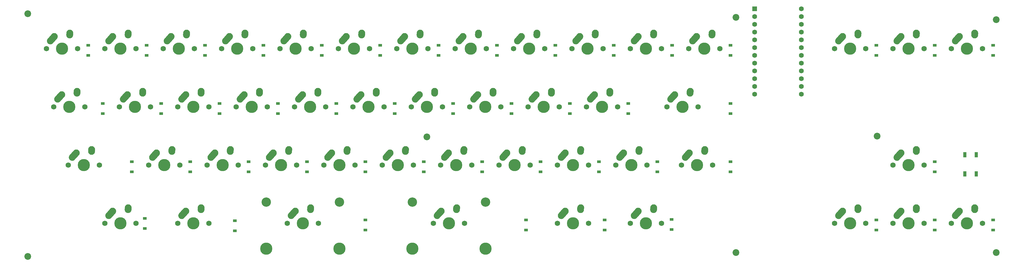
<source format=gbr>
G04 #@! TF.GenerationSoftware,KiCad,Pcbnew,(5.1.10)-1*
G04 #@! TF.CreationDate,2021-07-17T14:00:26+02:00*
G04 #@! TF.ProjectId,WheelBarrow Pro Micro,57686565-6c42-4617-9272-6f772050726f,rev?*
G04 #@! TF.SameCoordinates,Original*
G04 #@! TF.FileFunction,Soldermask,Bot*
G04 #@! TF.FilePolarity,Negative*
%FSLAX46Y46*%
G04 Gerber Fmt 4.6, Leading zero omitted, Abs format (unit mm)*
G04 Created by KiCad (PCBNEW (5.1.10)-1) date 2021-07-17 14:00:26*
%MOMM*%
%LPD*%
G01*
G04 APERTURE LIST*
%ADD10C,2.250000*%
%ADD11C,3.987800*%
%ADD12C,1.750000*%
%ADD13C,2.200000*%
%ADD14C,1.600000*%
%ADD15R,1.600000X1.600000*%
%ADD16R,1.100000X1.800000*%
%ADD17R,1.200000X0.900000*%
%ADD18C,3.048000*%
G04 APERTURE END LIST*
D10*
X164187500Y-209518750D03*
G36*
G01*
X162126188Y-211816100D02*
X162126183Y-211816095D01*
G75*
G02*
X162040155Y-210227433I751317J837345D01*
G01*
X163350157Y-208767433D01*
G75*
G02*
X164938819Y-208681405I837345J-751317D01*
G01*
X164938819Y-208681405D01*
G75*
G02*
X165024847Y-210270067I-751317J-837345D01*
G01*
X163714845Y-211730067D01*
G75*
G02*
X162126183Y-211816095I-837345J751317D01*
G01*
G37*
G36*
G01*
X169110983Y-210141145D02*
X169110097Y-210141084D01*
G75*
G02*
X168065166Y-208941347I77403J1122334D01*
G01*
X168105166Y-208361347D01*
G75*
G02*
X169304903Y-207316416I1122334J-77403D01*
G01*
X169304903Y-207316416D01*
G75*
G02*
X170349834Y-208516153I-77403J-1122334D01*
G01*
X170309834Y-209096153D01*
G75*
G02*
X169110097Y-210141084I-1122334J77403D01*
G01*
G37*
X169227500Y-208438750D03*
D11*
X166687500Y-213518750D03*
D12*
X161607500Y-213518750D03*
X171767500Y-213518750D03*
D10*
X311825000Y-209518750D03*
G36*
G01*
X309763688Y-211816100D02*
X309763683Y-211816095D01*
G75*
G02*
X309677655Y-210227433I751317J837345D01*
G01*
X310987657Y-208767433D01*
G75*
G02*
X312576319Y-208681405I837345J-751317D01*
G01*
X312576319Y-208681405D01*
G75*
G02*
X312662347Y-210270067I-751317J-837345D01*
G01*
X311352345Y-211730067D01*
G75*
G02*
X309763683Y-211816095I-837345J751317D01*
G01*
G37*
G36*
G01*
X316748483Y-210141145D02*
X316747597Y-210141084D01*
G75*
G02*
X315702666Y-208941347I77403J1122334D01*
G01*
X315742666Y-208361347D01*
G75*
G02*
X316942403Y-207316416I1122334J-77403D01*
G01*
X316942403Y-207316416D01*
G75*
G02*
X317987334Y-208516153I-77403J-1122334D01*
G01*
X317947334Y-209096153D01*
G75*
G02*
X316747597Y-210141084I-1122334J77403D01*
G01*
G37*
X316865000Y-208438750D03*
D11*
X314325000Y-213518750D03*
D12*
X309245000Y-213518750D03*
X319405000Y-213518750D03*
D13*
X112649000Y-144907000D03*
X112649000Y-224282000D03*
X343693750Y-146050000D03*
X343693750Y-223043750D03*
X428625000Y-223043750D03*
X428625000Y-146843750D03*
X242887500Y-185166000D03*
X389731250Y-184943750D03*
D14*
X365048800Y-143256000D03*
X365048800Y-145796000D03*
X365048800Y-148336000D03*
X365048800Y-150876000D03*
X365048800Y-153416000D03*
X365048800Y-155956000D03*
X365048800Y-158496000D03*
X365048800Y-161036000D03*
X365048800Y-163576000D03*
X365048800Y-166116000D03*
X365048800Y-168656000D03*
X365048800Y-171196000D03*
X349808800Y-171196000D03*
X349808800Y-168656000D03*
X349808800Y-166116000D03*
X349808800Y-163576000D03*
X349808800Y-161036000D03*
X349808800Y-158496000D03*
X349808800Y-155956000D03*
X349808800Y-153416000D03*
X349808800Y-150876000D03*
X349808800Y-148336000D03*
X349808800Y-145796000D03*
D15*
X349808800Y-143256000D03*
D16*
X418393000Y-191083000D03*
X418393000Y-197283000D03*
X422093000Y-191083000D03*
X422093000Y-197283000D03*
D10*
X121325000Y-152368750D03*
G36*
G01*
X119263688Y-154666100D02*
X119263683Y-154666095D01*
G75*
G02*
X119177655Y-153077433I751317J837345D01*
G01*
X120487657Y-151617433D01*
G75*
G02*
X122076319Y-151531405I837345J-751317D01*
G01*
X122076319Y-151531405D01*
G75*
G02*
X122162347Y-153120067I-751317J-837345D01*
G01*
X120852345Y-154580067D01*
G75*
G02*
X119263683Y-154666095I-837345J751317D01*
G01*
G37*
G36*
G01*
X126248483Y-152991145D02*
X126247597Y-152991084D01*
G75*
G02*
X125202666Y-151791347I77403J1122334D01*
G01*
X125242666Y-151211347D01*
G75*
G02*
X126442403Y-150166416I1122334J-77403D01*
G01*
X126442403Y-150166416D01*
G75*
G02*
X127487334Y-151366153I-77403J-1122334D01*
G01*
X127447334Y-151946153D01*
G75*
G02*
X126247597Y-152991084I-1122334J77403D01*
G01*
G37*
X126365000Y-151288750D03*
D11*
X123825000Y-156368750D03*
D12*
X118745000Y-156368750D03*
X128905000Y-156368750D03*
D17*
X132350000Y-155218750D03*
X132350000Y-158518750D03*
D10*
X140375000Y-152368750D03*
G36*
G01*
X138313688Y-154666100D02*
X138313683Y-154666095D01*
G75*
G02*
X138227655Y-153077433I751317J837345D01*
G01*
X139537657Y-151617433D01*
G75*
G02*
X141126319Y-151531405I837345J-751317D01*
G01*
X141126319Y-151531405D01*
G75*
G02*
X141212347Y-153120067I-751317J-837345D01*
G01*
X139902345Y-154580067D01*
G75*
G02*
X138313683Y-154666095I-837345J751317D01*
G01*
G37*
G36*
G01*
X145298483Y-152991145D02*
X145297597Y-152991084D01*
G75*
G02*
X144252666Y-151791347I77403J1122334D01*
G01*
X144292666Y-151211347D01*
G75*
G02*
X145492403Y-150166416I1122334J-77403D01*
G01*
X145492403Y-150166416D01*
G75*
G02*
X146537334Y-151366153I-77403J-1122334D01*
G01*
X146497334Y-151946153D01*
G75*
G02*
X145297597Y-152991084I-1122334J77403D01*
G01*
G37*
X145415000Y-151288750D03*
D11*
X142875000Y-156368750D03*
D12*
X137795000Y-156368750D03*
X147955000Y-156368750D03*
D17*
X151400000Y-155218750D03*
X151400000Y-158518750D03*
D10*
X159425000Y-152368750D03*
G36*
G01*
X157363688Y-154666100D02*
X157363683Y-154666095D01*
G75*
G02*
X157277655Y-153077433I751317J837345D01*
G01*
X158587657Y-151617433D01*
G75*
G02*
X160176319Y-151531405I837345J-751317D01*
G01*
X160176319Y-151531405D01*
G75*
G02*
X160262347Y-153120067I-751317J-837345D01*
G01*
X158952345Y-154580067D01*
G75*
G02*
X157363683Y-154666095I-837345J751317D01*
G01*
G37*
G36*
G01*
X164348483Y-152991145D02*
X164347597Y-152991084D01*
G75*
G02*
X163302666Y-151791347I77403J1122334D01*
G01*
X163342666Y-151211347D01*
G75*
G02*
X164542403Y-150166416I1122334J-77403D01*
G01*
X164542403Y-150166416D01*
G75*
G02*
X165587334Y-151366153I-77403J-1122334D01*
G01*
X165547334Y-151946153D01*
G75*
G02*
X164347597Y-152991084I-1122334J77403D01*
G01*
G37*
X164465000Y-151288750D03*
D11*
X161925000Y-156368750D03*
D12*
X156845000Y-156368750D03*
X167005000Y-156368750D03*
D17*
X170450000Y-155218750D03*
X170450000Y-158518750D03*
D10*
X178475000Y-152368750D03*
G36*
G01*
X176413688Y-154666100D02*
X176413683Y-154666095D01*
G75*
G02*
X176327655Y-153077433I751317J837345D01*
G01*
X177637657Y-151617433D01*
G75*
G02*
X179226319Y-151531405I837345J-751317D01*
G01*
X179226319Y-151531405D01*
G75*
G02*
X179312347Y-153120067I-751317J-837345D01*
G01*
X178002345Y-154580067D01*
G75*
G02*
X176413683Y-154666095I-837345J751317D01*
G01*
G37*
G36*
G01*
X183398483Y-152991145D02*
X183397597Y-152991084D01*
G75*
G02*
X182352666Y-151791347I77403J1122334D01*
G01*
X182392666Y-151211347D01*
G75*
G02*
X183592403Y-150166416I1122334J-77403D01*
G01*
X183592403Y-150166416D01*
G75*
G02*
X184637334Y-151366153I-77403J-1122334D01*
G01*
X184597334Y-151946153D01*
G75*
G02*
X183397597Y-152991084I-1122334J77403D01*
G01*
G37*
X183515000Y-151288750D03*
D11*
X180975000Y-156368750D03*
D12*
X175895000Y-156368750D03*
X186055000Y-156368750D03*
D17*
X189500000Y-155218750D03*
X189500000Y-158518750D03*
D10*
X197525000Y-152368750D03*
G36*
G01*
X195463688Y-154666100D02*
X195463683Y-154666095D01*
G75*
G02*
X195377655Y-153077433I751317J837345D01*
G01*
X196687657Y-151617433D01*
G75*
G02*
X198276319Y-151531405I837345J-751317D01*
G01*
X198276319Y-151531405D01*
G75*
G02*
X198362347Y-153120067I-751317J-837345D01*
G01*
X197052345Y-154580067D01*
G75*
G02*
X195463683Y-154666095I-837345J751317D01*
G01*
G37*
G36*
G01*
X202448483Y-152991145D02*
X202447597Y-152991084D01*
G75*
G02*
X201402666Y-151791347I77403J1122334D01*
G01*
X201442666Y-151211347D01*
G75*
G02*
X202642403Y-150166416I1122334J-77403D01*
G01*
X202642403Y-150166416D01*
G75*
G02*
X203687334Y-151366153I-77403J-1122334D01*
G01*
X203647334Y-151946153D01*
G75*
G02*
X202447597Y-152991084I-1122334J77403D01*
G01*
G37*
X202565000Y-151288750D03*
D11*
X200025000Y-156368750D03*
D12*
X194945000Y-156368750D03*
X205105000Y-156368750D03*
D17*
X208550000Y-155218750D03*
X208550000Y-158518750D03*
D10*
X216575000Y-152368750D03*
G36*
G01*
X214513688Y-154666100D02*
X214513683Y-154666095D01*
G75*
G02*
X214427655Y-153077433I751317J837345D01*
G01*
X215737657Y-151617433D01*
G75*
G02*
X217326319Y-151531405I837345J-751317D01*
G01*
X217326319Y-151531405D01*
G75*
G02*
X217412347Y-153120067I-751317J-837345D01*
G01*
X216102345Y-154580067D01*
G75*
G02*
X214513683Y-154666095I-837345J751317D01*
G01*
G37*
G36*
G01*
X221498483Y-152991145D02*
X221497597Y-152991084D01*
G75*
G02*
X220452666Y-151791347I77403J1122334D01*
G01*
X220492666Y-151211347D01*
G75*
G02*
X221692403Y-150166416I1122334J-77403D01*
G01*
X221692403Y-150166416D01*
G75*
G02*
X222737334Y-151366153I-77403J-1122334D01*
G01*
X222697334Y-151946153D01*
G75*
G02*
X221497597Y-152991084I-1122334J77403D01*
G01*
G37*
X221615000Y-151288750D03*
D11*
X219075000Y-156368750D03*
D12*
X213995000Y-156368750D03*
X224155000Y-156368750D03*
D17*
X227600000Y-155218750D03*
X227600000Y-158518750D03*
D10*
X235625000Y-152368750D03*
G36*
G01*
X233563688Y-154666100D02*
X233563683Y-154666095D01*
G75*
G02*
X233477655Y-153077433I751317J837345D01*
G01*
X234787657Y-151617433D01*
G75*
G02*
X236376319Y-151531405I837345J-751317D01*
G01*
X236376319Y-151531405D01*
G75*
G02*
X236462347Y-153120067I-751317J-837345D01*
G01*
X235152345Y-154580067D01*
G75*
G02*
X233563683Y-154666095I-837345J751317D01*
G01*
G37*
G36*
G01*
X240548483Y-152991145D02*
X240547597Y-152991084D01*
G75*
G02*
X239502666Y-151791347I77403J1122334D01*
G01*
X239542666Y-151211347D01*
G75*
G02*
X240742403Y-150166416I1122334J-77403D01*
G01*
X240742403Y-150166416D01*
G75*
G02*
X241787334Y-151366153I-77403J-1122334D01*
G01*
X241747334Y-151946153D01*
G75*
G02*
X240547597Y-152991084I-1122334J77403D01*
G01*
G37*
X240665000Y-151288750D03*
D11*
X238125000Y-156368750D03*
D12*
X233045000Y-156368750D03*
X243205000Y-156368750D03*
D17*
X246650000Y-155218750D03*
X246650000Y-158518750D03*
D10*
X254675000Y-152368750D03*
G36*
G01*
X252613688Y-154666100D02*
X252613683Y-154666095D01*
G75*
G02*
X252527655Y-153077433I751317J837345D01*
G01*
X253837657Y-151617433D01*
G75*
G02*
X255426319Y-151531405I837345J-751317D01*
G01*
X255426319Y-151531405D01*
G75*
G02*
X255512347Y-153120067I-751317J-837345D01*
G01*
X254202345Y-154580067D01*
G75*
G02*
X252613683Y-154666095I-837345J751317D01*
G01*
G37*
G36*
G01*
X259598483Y-152991145D02*
X259597597Y-152991084D01*
G75*
G02*
X258552666Y-151791347I77403J1122334D01*
G01*
X258592666Y-151211347D01*
G75*
G02*
X259792403Y-150166416I1122334J-77403D01*
G01*
X259792403Y-150166416D01*
G75*
G02*
X260837334Y-151366153I-77403J-1122334D01*
G01*
X260797334Y-151946153D01*
G75*
G02*
X259597597Y-152991084I-1122334J77403D01*
G01*
G37*
X259715000Y-151288750D03*
D11*
X257175000Y-156368750D03*
D12*
X252095000Y-156368750D03*
X262255000Y-156368750D03*
D17*
X265700000Y-155218750D03*
X265700000Y-158518750D03*
D10*
X273725000Y-152368750D03*
G36*
G01*
X271663688Y-154666100D02*
X271663683Y-154666095D01*
G75*
G02*
X271577655Y-153077433I751317J837345D01*
G01*
X272887657Y-151617433D01*
G75*
G02*
X274476319Y-151531405I837345J-751317D01*
G01*
X274476319Y-151531405D01*
G75*
G02*
X274562347Y-153120067I-751317J-837345D01*
G01*
X273252345Y-154580067D01*
G75*
G02*
X271663683Y-154666095I-837345J751317D01*
G01*
G37*
G36*
G01*
X278648483Y-152991145D02*
X278647597Y-152991084D01*
G75*
G02*
X277602666Y-151791347I77403J1122334D01*
G01*
X277642666Y-151211347D01*
G75*
G02*
X278842403Y-150166416I1122334J-77403D01*
G01*
X278842403Y-150166416D01*
G75*
G02*
X279887334Y-151366153I-77403J-1122334D01*
G01*
X279847334Y-151946153D01*
G75*
G02*
X278647597Y-152991084I-1122334J77403D01*
G01*
G37*
X278765000Y-151288750D03*
D11*
X276225000Y-156368750D03*
D12*
X271145000Y-156368750D03*
X281305000Y-156368750D03*
D17*
X284750000Y-155218750D03*
X284750000Y-158518750D03*
D10*
X292775000Y-152368750D03*
G36*
G01*
X290713688Y-154666100D02*
X290713683Y-154666095D01*
G75*
G02*
X290627655Y-153077433I751317J837345D01*
G01*
X291937657Y-151617433D01*
G75*
G02*
X293526319Y-151531405I837345J-751317D01*
G01*
X293526319Y-151531405D01*
G75*
G02*
X293612347Y-153120067I-751317J-837345D01*
G01*
X292302345Y-154580067D01*
G75*
G02*
X290713683Y-154666095I-837345J751317D01*
G01*
G37*
G36*
G01*
X297698483Y-152991145D02*
X297697597Y-152991084D01*
G75*
G02*
X296652666Y-151791347I77403J1122334D01*
G01*
X296692666Y-151211347D01*
G75*
G02*
X297892403Y-150166416I1122334J-77403D01*
G01*
X297892403Y-150166416D01*
G75*
G02*
X298937334Y-151366153I-77403J-1122334D01*
G01*
X298897334Y-151946153D01*
G75*
G02*
X297697597Y-152991084I-1122334J77403D01*
G01*
G37*
X297815000Y-151288750D03*
D11*
X295275000Y-156368750D03*
D12*
X290195000Y-156368750D03*
X300355000Y-156368750D03*
D17*
X303800000Y-155218750D03*
X303800000Y-158518750D03*
D10*
X311825000Y-152368750D03*
G36*
G01*
X309763688Y-154666100D02*
X309763683Y-154666095D01*
G75*
G02*
X309677655Y-153077433I751317J837345D01*
G01*
X310987657Y-151617433D01*
G75*
G02*
X312576319Y-151531405I837345J-751317D01*
G01*
X312576319Y-151531405D01*
G75*
G02*
X312662347Y-153120067I-751317J-837345D01*
G01*
X311352345Y-154580067D01*
G75*
G02*
X309763683Y-154666095I-837345J751317D01*
G01*
G37*
G36*
G01*
X316748483Y-152991145D02*
X316747597Y-152991084D01*
G75*
G02*
X315702666Y-151791347I77403J1122334D01*
G01*
X315742666Y-151211347D01*
G75*
G02*
X316942403Y-150166416I1122334J-77403D01*
G01*
X316942403Y-150166416D01*
G75*
G02*
X317987334Y-151366153I-77403J-1122334D01*
G01*
X317947334Y-151946153D01*
G75*
G02*
X316747597Y-152991084I-1122334J77403D01*
G01*
G37*
X316865000Y-151288750D03*
D11*
X314325000Y-156368750D03*
D12*
X309245000Y-156368750D03*
X319405000Y-156368750D03*
D17*
X322850000Y-155218750D03*
X322850000Y-158518750D03*
D10*
X330875000Y-152368750D03*
G36*
G01*
X328813688Y-154666100D02*
X328813683Y-154666095D01*
G75*
G02*
X328727655Y-153077433I751317J837345D01*
G01*
X330037657Y-151617433D01*
G75*
G02*
X331626319Y-151531405I837345J-751317D01*
G01*
X331626319Y-151531405D01*
G75*
G02*
X331712347Y-153120067I-751317J-837345D01*
G01*
X330402345Y-154580067D01*
G75*
G02*
X328813683Y-154666095I-837345J751317D01*
G01*
G37*
G36*
G01*
X335798483Y-152991145D02*
X335797597Y-152991084D01*
G75*
G02*
X334752666Y-151791347I77403J1122334D01*
G01*
X334792666Y-151211347D01*
G75*
G02*
X335992403Y-150166416I1122334J-77403D01*
G01*
X335992403Y-150166416D01*
G75*
G02*
X337037334Y-151366153I-77403J-1122334D01*
G01*
X336997334Y-151946153D01*
G75*
G02*
X335797597Y-152991084I-1122334J77403D01*
G01*
G37*
X335915000Y-151288750D03*
D11*
X333375000Y-156368750D03*
D12*
X328295000Y-156368750D03*
X338455000Y-156368750D03*
D17*
X341900000Y-155218750D03*
X341900000Y-158518750D03*
D10*
X378500000Y-152368750D03*
G36*
G01*
X376438688Y-154666100D02*
X376438683Y-154666095D01*
G75*
G02*
X376352655Y-153077433I751317J837345D01*
G01*
X377662657Y-151617433D01*
G75*
G02*
X379251319Y-151531405I837345J-751317D01*
G01*
X379251319Y-151531405D01*
G75*
G02*
X379337347Y-153120067I-751317J-837345D01*
G01*
X378027345Y-154580067D01*
G75*
G02*
X376438683Y-154666095I-837345J751317D01*
G01*
G37*
G36*
G01*
X383423483Y-152991145D02*
X383422597Y-152991084D01*
G75*
G02*
X382377666Y-151791347I77403J1122334D01*
G01*
X382417666Y-151211347D01*
G75*
G02*
X383617403Y-150166416I1122334J-77403D01*
G01*
X383617403Y-150166416D01*
G75*
G02*
X384662334Y-151366153I-77403J-1122334D01*
G01*
X384622334Y-151946153D01*
G75*
G02*
X383422597Y-152991084I-1122334J77403D01*
G01*
G37*
X383540000Y-151288750D03*
D11*
X381000000Y-156368750D03*
D12*
X375920000Y-156368750D03*
X386080000Y-156368750D03*
D17*
X389525000Y-155218750D03*
X389525000Y-158518750D03*
D10*
X397550000Y-152368750D03*
G36*
G01*
X395488688Y-154666100D02*
X395488683Y-154666095D01*
G75*
G02*
X395402655Y-153077433I751317J837345D01*
G01*
X396712657Y-151617433D01*
G75*
G02*
X398301319Y-151531405I837345J-751317D01*
G01*
X398301319Y-151531405D01*
G75*
G02*
X398387347Y-153120067I-751317J-837345D01*
G01*
X397077345Y-154580067D01*
G75*
G02*
X395488683Y-154666095I-837345J751317D01*
G01*
G37*
G36*
G01*
X402473483Y-152991145D02*
X402472597Y-152991084D01*
G75*
G02*
X401427666Y-151791347I77403J1122334D01*
G01*
X401467666Y-151211347D01*
G75*
G02*
X402667403Y-150166416I1122334J-77403D01*
G01*
X402667403Y-150166416D01*
G75*
G02*
X403712334Y-151366153I-77403J-1122334D01*
G01*
X403672334Y-151946153D01*
G75*
G02*
X402472597Y-152991084I-1122334J77403D01*
G01*
G37*
X402590000Y-151288750D03*
D11*
X400050000Y-156368750D03*
D12*
X394970000Y-156368750D03*
X405130000Y-156368750D03*
D17*
X408575000Y-155218750D03*
X408575000Y-158518750D03*
D10*
X416600000Y-152368750D03*
G36*
G01*
X414538688Y-154666100D02*
X414538683Y-154666095D01*
G75*
G02*
X414452655Y-153077433I751317J837345D01*
G01*
X415762657Y-151617433D01*
G75*
G02*
X417351319Y-151531405I837345J-751317D01*
G01*
X417351319Y-151531405D01*
G75*
G02*
X417437347Y-153120067I-751317J-837345D01*
G01*
X416127345Y-154580067D01*
G75*
G02*
X414538683Y-154666095I-837345J751317D01*
G01*
G37*
G36*
G01*
X421523483Y-152991145D02*
X421522597Y-152991084D01*
G75*
G02*
X420477666Y-151791347I77403J1122334D01*
G01*
X420517666Y-151211347D01*
G75*
G02*
X421717403Y-150166416I1122334J-77403D01*
G01*
X421717403Y-150166416D01*
G75*
G02*
X422762334Y-151366153I-77403J-1122334D01*
G01*
X422722334Y-151946153D01*
G75*
G02*
X421522597Y-152991084I-1122334J77403D01*
G01*
G37*
X421640000Y-151288750D03*
D11*
X419100000Y-156368750D03*
D12*
X414020000Y-156368750D03*
X424180000Y-156368750D03*
D17*
X427625000Y-155218750D03*
X427625000Y-158518750D03*
D10*
X123706250Y-171418750D03*
G36*
G01*
X121644938Y-173716100D02*
X121644933Y-173716095D01*
G75*
G02*
X121558905Y-172127433I751317J837345D01*
G01*
X122868907Y-170667433D01*
G75*
G02*
X124457569Y-170581405I837345J-751317D01*
G01*
X124457569Y-170581405D01*
G75*
G02*
X124543597Y-172170067I-751317J-837345D01*
G01*
X123233595Y-173630067D01*
G75*
G02*
X121644933Y-173716095I-837345J751317D01*
G01*
G37*
G36*
G01*
X128629733Y-172041145D02*
X128628847Y-172041084D01*
G75*
G02*
X127583916Y-170841347I77403J1122334D01*
G01*
X127623916Y-170261347D01*
G75*
G02*
X128823653Y-169216416I1122334J-77403D01*
G01*
X128823653Y-169216416D01*
G75*
G02*
X129868584Y-170416153I-77403J-1122334D01*
G01*
X129828584Y-170996153D01*
G75*
G02*
X128628847Y-172041084I-1122334J77403D01*
G01*
G37*
X128746250Y-170338750D03*
D11*
X126206250Y-175418750D03*
D12*
X121126250Y-175418750D03*
X131286250Y-175418750D03*
D17*
X137112500Y-174268750D03*
X137112500Y-177568750D03*
D10*
X145137500Y-171418750D03*
G36*
G01*
X143076188Y-173716100D02*
X143076183Y-173716095D01*
G75*
G02*
X142990155Y-172127433I751317J837345D01*
G01*
X144300157Y-170667433D01*
G75*
G02*
X145888819Y-170581405I837345J-751317D01*
G01*
X145888819Y-170581405D01*
G75*
G02*
X145974847Y-172170067I-751317J-837345D01*
G01*
X144664845Y-173630067D01*
G75*
G02*
X143076183Y-173716095I-837345J751317D01*
G01*
G37*
G36*
G01*
X150060983Y-172041145D02*
X150060097Y-172041084D01*
G75*
G02*
X149015166Y-170841347I77403J1122334D01*
G01*
X149055166Y-170261347D01*
G75*
G02*
X150254903Y-169216416I1122334J-77403D01*
G01*
X150254903Y-169216416D01*
G75*
G02*
X151299834Y-170416153I-77403J-1122334D01*
G01*
X151259834Y-170996153D01*
G75*
G02*
X150060097Y-172041084I-1122334J77403D01*
G01*
G37*
X150177500Y-170338750D03*
D11*
X147637500Y-175418750D03*
D12*
X142557500Y-175418750D03*
X152717500Y-175418750D03*
D17*
X156162500Y-174268750D03*
X156162500Y-177568750D03*
D10*
X164187500Y-171418750D03*
G36*
G01*
X162126188Y-173716100D02*
X162126183Y-173716095D01*
G75*
G02*
X162040155Y-172127433I751317J837345D01*
G01*
X163350157Y-170667433D01*
G75*
G02*
X164938819Y-170581405I837345J-751317D01*
G01*
X164938819Y-170581405D01*
G75*
G02*
X165024847Y-172170067I-751317J-837345D01*
G01*
X163714845Y-173630067D01*
G75*
G02*
X162126183Y-173716095I-837345J751317D01*
G01*
G37*
G36*
G01*
X169110983Y-172041145D02*
X169110097Y-172041084D01*
G75*
G02*
X168065166Y-170841347I77403J1122334D01*
G01*
X168105166Y-170261347D01*
G75*
G02*
X169304903Y-169216416I1122334J-77403D01*
G01*
X169304903Y-169216416D01*
G75*
G02*
X170349834Y-170416153I-77403J-1122334D01*
G01*
X170309834Y-170996153D01*
G75*
G02*
X169110097Y-172041084I-1122334J77403D01*
G01*
G37*
X169227500Y-170338750D03*
D11*
X166687500Y-175418750D03*
D12*
X161607500Y-175418750D03*
X171767500Y-175418750D03*
D17*
X175212500Y-174268750D03*
X175212500Y-177568750D03*
D10*
X183237500Y-171418750D03*
G36*
G01*
X181176188Y-173716100D02*
X181176183Y-173716095D01*
G75*
G02*
X181090155Y-172127433I751317J837345D01*
G01*
X182400157Y-170667433D01*
G75*
G02*
X183988819Y-170581405I837345J-751317D01*
G01*
X183988819Y-170581405D01*
G75*
G02*
X184074847Y-172170067I-751317J-837345D01*
G01*
X182764845Y-173630067D01*
G75*
G02*
X181176183Y-173716095I-837345J751317D01*
G01*
G37*
G36*
G01*
X188160983Y-172041145D02*
X188160097Y-172041084D01*
G75*
G02*
X187115166Y-170841347I77403J1122334D01*
G01*
X187155166Y-170261347D01*
G75*
G02*
X188354903Y-169216416I1122334J-77403D01*
G01*
X188354903Y-169216416D01*
G75*
G02*
X189399834Y-170416153I-77403J-1122334D01*
G01*
X189359834Y-170996153D01*
G75*
G02*
X188160097Y-172041084I-1122334J77403D01*
G01*
G37*
X188277500Y-170338750D03*
D11*
X185737500Y-175418750D03*
D12*
X180657500Y-175418750D03*
X190817500Y-175418750D03*
D17*
X194262500Y-174268750D03*
X194262500Y-177568750D03*
D10*
X202287500Y-171418750D03*
G36*
G01*
X200226188Y-173716100D02*
X200226183Y-173716095D01*
G75*
G02*
X200140155Y-172127433I751317J837345D01*
G01*
X201450157Y-170667433D01*
G75*
G02*
X203038819Y-170581405I837345J-751317D01*
G01*
X203038819Y-170581405D01*
G75*
G02*
X203124847Y-172170067I-751317J-837345D01*
G01*
X201814845Y-173630067D01*
G75*
G02*
X200226183Y-173716095I-837345J751317D01*
G01*
G37*
G36*
G01*
X207210983Y-172041145D02*
X207210097Y-172041084D01*
G75*
G02*
X206165166Y-170841347I77403J1122334D01*
G01*
X206205166Y-170261347D01*
G75*
G02*
X207404903Y-169216416I1122334J-77403D01*
G01*
X207404903Y-169216416D01*
G75*
G02*
X208449834Y-170416153I-77403J-1122334D01*
G01*
X208409834Y-170996153D01*
G75*
G02*
X207210097Y-172041084I-1122334J77403D01*
G01*
G37*
X207327500Y-170338750D03*
D11*
X204787500Y-175418750D03*
D12*
X199707500Y-175418750D03*
X209867500Y-175418750D03*
D17*
X213312500Y-174268750D03*
X213312500Y-177568750D03*
D10*
X221337500Y-171418750D03*
G36*
G01*
X219276188Y-173716100D02*
X219276183Y-173716095D01*
G75*
G02*
X219190155Y-172127433I751317J837345D01*
G01*
X220500157Y-170667433D01*
G75*
G02*
X222088819Y-170581405I837345J-751317D01*
G01*
X222088819Y-170581405D01*
G75*
G02*
X222174847Y-172170067I-751317J-837345D01*
G01*
X220864845Y-173630067D01*
G75*
G02*
X219276183Y-173716095I-837345J751317D01*
G01*
G37*
G36*
G01*
X226260983Y-172041145D02*
X226260097Y-172041084D01*
G75*
G02*
X225215166Y-170841347I77403J1122334D01*
G01*
X225255166Y-170261347D01*
G75*
G02*
X226454903Y-169216416I1122334J-77403D01*
G01*
X226454903Y-169216416D01*
G75*
G02*
X227499834Y-170416153I-77403J-1122334D01*
G01*
X227459834Y-170996153D01*
G75*
G02*
X226260097Y-172041084I-1122334J77403D01*
G01*
G37*
X226377500Y-170338750D03*
D11*
X223837500Y-175418750D03*
D12*
X218757500Y-175418750D03*
X228917500Y-175418750D03*
D17*
X232362500Y-174268750D03*
X232362500Y-177568750D03*
D10*
X240387500Y-171418750D03*
G36*
G01*
X238326188Y-173716100D02*
X238326183Y-173716095D01*
G75*
G02*
X238240155Y-172127433I751317J837345D01*
G01*
X239550157Y-170667433D01*
G75*
G02*
X241138819Y-170581405I837345J-751317D01*
G01*
X241138819Y-170581405D01*
G75*
G02*
X241224847Y-172170067I-751317J-837345D01*
G01*
X239914845Y-173630067D01*
G75*
G02*
X238326183Y-173716095I-837345J751317D01*
G01*
G37*
G36*
G01*
X245310983Y-172041145D02*
X245310097Y-172041084D01*
G75*
G02*
X244265166Y-170841347I77403J1122334D01*
G01*
X244305166Y-170261347D01*
G75*
G02*
X245504903Y-169216416I1122334J-77403D01*
G01*
X245504903Y-169216416D01*
G75*
G02*
X246549834Y-170416153I-77403J-1122334D01*
G01*
X246509834Y-170996153D01*
G75*
G02*
X245310097Y-172041084I-1122334J77403D01*
G01*
G37*
X245427500Y-170338750D03*
D11*
X242887500Y-175418750D03*
D12*
X237807500Y-175418750D03*
X247967500Y-175418750D03*
D17*
X251412500Y-174268750D03*
X251412500Y-177568750D03*
D10*
X259437500Y-171418750D03*
G36*
G01*
X257376188Y-173716100D02*
X257376183Y-173716095D01*
G75*
G02*
X257290155Y-172127433I751317J837345D01*
G01*
X258600157Y-170667433D01*
G75*
G02*
X260188819Y-170581405I837345J-751317D01*
G01*
X260188819Y-170581405D01*
G75*
G02*
X260274847Y-172170067I-751317J-837345D01*
G01*
X258964845Y-173630067D01*
G75*
G02*
X257376183Y-173716095I-837345J751317D01*
G01*
G37*
G36*
G01*
X264360983Y-172041145D02*
X264360097Y-172041084D01*
G75*
G02*
X263315166Y-170841347I77403J1122334D01*
G01*
X263355166Y-170261347D01*
G75*
G02*
X264554903Y-169216416I1122334J-77403D01*
G01*
X264554903Y-169216416D01*
G75*
G02*
X265599834Y-170416153I-77403J-1122334D01*
G01*
X265559834Y-170996153D01*
G75*
G02*
X264360097Y-172041084I-1122334J77403D01*
G01*
G37*
X264477500Y-170338750D03*
D11*
X261937500Y-175418750D03*
D12*
X256857500Y-175418750D03*
X267017500Y-175418750D03*
D17*
X270462500Y-174268750D03*
X270462500Y-177568750D03*
D10*
X278487500Y-171418750D03*
G36*
G01*
X276426188Y-173716100D02*
X276426183Y-173716095D01*
G75*
G02*
X276340155Y-172127433I751317J837345D01*
G01*
X277650157Y-170667433D01*
G75*
G02*
X279238819Y-170581405I837345J-751317D01*
G01*
X279238819Y-170581405D01*
G75*
G02*
X279324847Y-172170067I-751317J-837345D01*
G01*
X278014845Y-173630067D01*
G75*
G02*
X276426183Y-173716095I-837345J751317D01*
G01*
G37*
G36*
G01*
X283410983Y-172041145D02*
X283410097Y-172041084D01*
G75*
G02*
X282365166Y-170841347I77403J1122334D01*
G01*
X282405166Y-170261347D01*
G75*
G02*
X283604903Y-169216416I1122334J-77403D01*
G01*
X283604903Y-169216416D01*
G75*
G02*
X284649834Y-170416153I-77403J-1122334D01*
G01*
X284609834Y-170996153D01*
G75*
G02*
X283410097Y-172041084I-1122334J77403D01*
G01*
G37*
X283527500Y-170338750D03*
D11*
X280987500Y-175418750D03*
D12*
X275907500Y-175418750D03*
X286067500Y-175418750D03*
D17*
X289512500Y-174268750D03*
X289512500Y-177568750D03*
D10*
X297537500Y-171418750D03*
G36*
G01*
X295476188Y-173716100D02*
X295476183Y-173716095D01*
G75*
G02*
X295390155Y-172127433I751317J837345D01*
G01*
X296700157Y-170667433D01*
G75*
G02*
X298288819Y-170581405I837345J-751317D01*
G01*
X298288819Y-170581405D01*
G75*
G02*
X298374847Y-172170067I-751317J-837345D01*
G01*
X297064845Y-173630067D01*
G75*
G02*
X295476183Y-173716095I-837345J751317D01*
G01*
G37*
G36*
G01*
X302460983Y-172041145D02*
X302460097Y-172041084D01*
G75*
G02*
X301415166Y-170841347I77403J1122334D01*
G01*
X301455166Y-170261347D01*
G75*
G02*
X302654903Y-169216416I1122334J-77403D01*
G01*
X302654903Y-169216416D01*
G75*
G02*
X303699834Y-170416153I-77403J-1122334D01*
G01*
X303659834Y-170996153D01*
G75*
G02*
X302460097Y-172041084I-1122334J77403D01*
G01*
G37*
X302577500Y-170338750D03*
D11*
X300037500Y-175418750D03*
D12*
X294957500Y-175418750D03*
X305117500Y-175418750D03*
D17*
X308562500Y-174268750D03*
X308562500Y-177568750D03*
D10*
X323731250Y-171418750D03*
G36*
G01*
X321669938Y-173716100D02*
X321669933Y-173716095D01*
G75*
G02*
X321583905Y-172127433I751317J837345D01*
G01*
X322893907Y-170667433D01*
G75*
G02*
X324482569Y-170581405I837345J-751317D01*
G01*
X324482569Y-170581405D01*
G75*
G02*
X324568597Y-172170067I-751317J-837345D01*
G01*
X323258595Y-173630067D01*
G75*
G02*
X321669933Y-173716095I-837345J751317D01*
G01*
G37*
G36*
G01*
X328654733Y-172041145D02*
X328653847Y-172041084D01*
G75*
G02*
X327608916Y-170841347I77403J1122334D01*
G01*
X327648916Y-170261347D01*
G75*
G02*
X328848653Y-169216416I1122334J-77403D01*
G01*
X328848653Y-169216416D01*
G75*
G02*
X329893584Y-170416153I-77403J-1122334D01*
G01*
X329853584Y-170996153D01*
G75*
G02*
X328653847Y-172041084I-1122334J77403D01*
G01*
G37*
X328771250Y-170338750D03*
D11*
X326231250Y-175418750D03*
D12*
X321151250Y-175418750D03*
X331311250Y-175418750D03*
D17*
X341900000Y-174268750D03*
X341900000Y-177568750D03*
D10*
X128468750Y-190468750D03*
G36*
G01*
X126407438Y-192766100D02*
X126407433Y-192766095D01*
G75*
G02*
X126321405Y-191177433I751317J837345D01*
G01*
X127631407Y-189717433D01*
G75*
G02*
X129220069Y-189631405I837345J-751317D01*
G01*
X129220069Y-189631405D01*
G75*
G02*
X129306097Y-191220067I-751317J-837345D01*
G01*
X127996095Y-192680067D01*
G75*
G02*
X126407433Y-192766095I-837345J751317D01*
G01*
G37*
G36*
G01*
X133392233Y-191091145D02*
X133391347Y-191091084D01*
G75*
G02*
X132346416Y-189891347I77403J1122334D01*
G01*
X132386416Y-189311347D01*
G75*
G02*
X133586153Y-188266416I1122334J-77403D01*
G01*
X133586153Y-188266416D01*
G75*
G02*
X134631084Y-189466153I-77403J-1122334D01*
G01*
X134591084Y-190046153D01*
G75*
G02*
X133391347Y-191091084I-1122334J77403D01*
G01*
G37*
X133508750Y-189388750D03*
D11*
X130968750Y-194468750D03*
D12*
X125888750Y-194468750D03*
X136048750Y-194468750D03*
D17*
X146637500Y-193318750D03*
X146637500Y-196618750D03*
D10*
X154662500Y-190468750D03*
G36*
G01*
X152601188Y-192766100D02*
X152601183Y-192766095D01*
G75*
G02*
X152515155Y-191177433I751317J837345D01*
G01*
X153825157Y-189717433D01*
G75*
G02*
X155413819Y-189631405I837345J-751317D01*
G01*
X155413819Y-189631405D01*
G75*
G02*
X155499847Y-191220067I-751317J-837345D01*
G01*
X154189845Y-192680067D01*
G75*
G02*
X152601183Y-192766095I-837345J751317D01*
G01*
G37*
G36*
G01*
X159585983Y-191091145D02*
X159585097Y-191091084D01*
G75*
G02*
X158540166Y-189891347I77403J1122334D01*
G01*
X158580166Y-189311347D01*
G75*
G02*
X159779903Y-188266416I1122334J-77403D01*
G01*
X159779903Y-188266416D01*
G75*
G02*
X160824834Y-189466153I-77403J-1122334D01*
G01*
X160784834Y-190046153D01*
G75*
G02*
X159585097Y-191091084I-1122334J77403D01*
G01*
G37*
X159702500Y-189388750D03*
D11*
X157162500Y-194468750D03*
D12*
X152082500Y-194468750D03*
X162242500Y-194468750D03*
D17*
X165687500Y-193318750D03*
X165687500Y-196618750D03*
D10*
X173712500Y-190468750D03*
G36*
G01*
X171651188Y-192766100D02*
X171651183Y-192766095D01*
G75*
G02*
X171565155Y-191177433I751317J837345D01*
G01*
X172875157Y-189717433D01*
G75*
G02*
X174463819Y-189631405I837345J-751317D01*
G01*
X174463819Y-189631405D01*
G75*
G02*
X174549847Y-191220067I-751317J-837345D01*
G01*
X173239845Y-192680067D01*
G75*
G02*
X171651183Y-192766095I-837345J751317D01*
G01*
G37*
G36*
G01*
X178635983Y-191091145D02*
X178635097Y-191091084D01*
G75*
G02*
X177590166Y-189891347I77403J1122334D01*
G01*
X177630166Y-189311347D01*
G75*
G02*
X178829903Y-188266416I1122334J-77403D01*
G01*
X178829903Y-188266416D01*
G75*
G02*
X179874834Y-189466153I-77403J-1122334D01*
G01*
X179834834Y-190046153D01*
G75*
G02*
X178635097Y-191091084I-1122334J77403D01*
G01*
G37*
X178752500Y-189388750D03*
D11*
X176212500Y-194468750D03*
D12*
X171132500Y-194468750D03*
X181292500Y-194468750D03*
D17*
X184737500Y-193318750D03*
X184737500Y-196618750D03*
D10*
X192762500Y-190468750D03*
G36*
G01*
X190701188Y-192766100D02*
X190701183Y-192766095D01*
G75*
G02*
X190615155Y-191177433I751317J837345D01*
G01*
X191925157Y-189717433D01*
G75*
G02*
X193513819Y-189631405I837345J-751317D01*
G01*
X193513819Y-189631405D01*
G75*
G02*
X193599847Y-191220067I-751317J-837345D01*
G01*
X192289845Y-192680067D01*
G75*
G02*
X190701183Y-192766095I-837345J751317D01*
G01*
G37*
G36*
G01*
X197685983Y-191091145D02*
X197685097Y-191091084D01*
G75*
G02*
X196640166Y-189891347I77403J1122334D01*
G01*
X196680166Y-189311347D01*
G75*
G02*
X197879903Y-188266416I1122334J-77403D01*
G01*
X197879903Y-188266416D01*
G75*
G02*
X198924834Y-189466153I-77403J-1122334D01*
G01*
X198884834Y-190046153D01*
G75*
G02*
X197685097Y-191091084I-1122334J77403D01*
G01*
G37*
X197802500Y-189388750D03*
D11*
X195262500Y-194468750D03*
D12*
X190182500Y-194468750D03*
X200342500Y-194468750D03*
D17*
X203787500Y-193318750D03*
X203787500Y-196618750D03*
D10*
X211812500Y-190468750D03*
G36*
G01*
X209751188Y-192766100D02*
X209751183Y-192766095D01*
G75*
G02*
X209665155Y-191177433I751317J837345D01*
G01*
X210975157Y-189717433D01*
G75*
G02*
X212563819Y-189631405I837345J-751317D01*
G01*
X212563819Y-189631405D01*
G75*
G02*
X212649847Y-191220067I-751317J-837345D01*
G01*
X211339845Y-192680067D01*
G75*
G02*
X209751183Y-192766095I-837345J751317D01*
G01*
G37*
G36*
G01*
X216735983Y-191091145D02*
X216735097Y-191091084D01*
G75*
G02*
X215690166Y-189891347I77403J1122334D01*
G01*
X215730166Y-189311347D01*
G75*
G02*
X216929903Y-188266416I1122334J-77403D01*
G01*
X216929903Y-188266416D01*
G75*
G02*
X217974834Y-189466153I-77403J-1122334D01*
G01*
X217934834Y-190046153D01*
G75*
G02*
X216735097Y-191091084I-1122334J77403D01*
G01*
G37*
X216852500Y-189388750D03*
D11*
X214312500Y-194468750D03*
D12*
X209232500Y-194468750D03*
X219392500Y-194468750D03*
D17*
X222837500Y-193318750D03*
X222837500Y-196618750D03*
D10*
X230862500Y-190468750D03*
G36*
G01*
X228801188Y-192766100D02*
X228801183Y-192766095D01*
G75*
G02*
X228715155Y-191177433I751317J837345D01*
G01*
X230025157Y-189717433D01*
G75*
G02*
X231613819Y-189631405I837345J-751317D01*
G01*
X231613819Y-189631405D01*
G75*
G02*
X231699847Y-191220067I-751317J-837345D01*
G01*
X230389845Y-192680067D01*
G75*
G02*
X228801183Y-192766095I-837345J751317D01*
G01*
G37*
G36*
G01*
X235785983Y-191091145D02*
X235785097Y-191091084D01*
G75*
G02*
X234740166Y-189891347I77403J1122334D01*
G01*
X234780166Y-189311347D01*
G75*
G02*
X235979903Y-188266416I1122334J-77403D01*
G01*
X235979903Y-188266416D01*
G75*
G02*
X237024834Y-189466153I-77403J-1122334D01*
G01*
X236984834Y-190046153D01*
G75*
G02*
X235785097Y-191091084I-1122334J77403D01*
G01*
G37*
X235902500Y-189388750D03*
D11*
X233362500Y-194468750D03*
D12*
X228282500Y-194468750D03*
X238442500Y-194468750D03*
D17*
X241887500Y-193318750D03*
X241887500Y-196618750D03*
D10*
X249912500Y-190468750D03*
G36*
G01*
X247851188Y-192766100D02*
X247851183Y-192766095D01*
G75*
G02*
X247765155Y-191177433I751317J837345D01*
G01*
X249075157Y-189717433D01*
G75*
G02*
X250663819Y-189631405I837345J-751317D01*
G01*
X250663819Y-189631405D01*
G75*
G02*
X250749847Y-191220067I-751317J-837345D01*
G01*
X249439845Y-192680067D01*
G75*
G02*
X247851183Y-192766095I-837345J751317D01*
G01*
G37*
G36*
G01*
X254835983Y-191091145D02*
X254835097Y-191091084D01*
G75*
G02*
X253790166Y-189891347I77403J1122334D01*
G01*
X253830166Y-189311347D01*
G75*
G02*
X255029903Y-188266416I1122334J-77403D01*
G01*
X255029903Y-188266416D01*
G75*
G02*
X256074834Y-189466153I-77403J-1122334D01*
G01*
X256034834Y-190046153D01*
G75*
G02*
X254835097Y-191091084I-1122334J77403D01*
G01*
G37*
X254952500Y-189388750D03*
D11*
X252412500Y-194468750D03*
D12*
X247332500Y-194468750D03*
X257492500Y-194468750D03*
D17*
X260937500Y-193318750D03*
X260937500Y-196618750D03*
D10*
X268962500Y-190468750D03*
G36*
G01*
X266901188Y-192766100D02*
X266901183Y-192766095D01*
G75*
G02*
X266815155Y-191177433I751317J837345D01*
G01*
X268125157Y-189717433D01*
G75*
G02*
X269713819Y-189631405I837345J-751317D01*
G01*
X269713819Y-189631405D01*
G75*
G02*
X269799847Y-191220067I-751317J-837345D01*
G01*
X268489845Y-192680067D01*
G75*
G02*
X266901183Y-192766095I-837345J751317D01*
G01*
G37*
G36*
G01*
X273885983Y-191091145D02*
X273885097Y-191091084D01*
G75*
G02*
X272840166Y-189891347I77403J1122334D01*
G01*
X272880166Y-189311347D01*
G75*
G02*
X274079903Y-188266416I1122334J-77403D01*
G01*
X274079903Y-188266416D01*
G75*
G02*
X275124834Y-189466153I-77403J-1122334D01*
G01*
X275084834Y-190046153D01*
G75*
G02*
X273885097Y-191091084I-1122334J77403D01*
G01*
G37*
X274002500Y-189388750D03*
D11*
X271462500Y-194468750D03*
D12*
X266382500Y-194468750D03*
X276542500Y-194468750D03*
D17*
X279987500Y-193318750D03*
X279987500Y-196618750D03*
D10*
X288012500Y-190468750D03*
G36*
G01*
X285951188Y-192766100D02*
X285951183Y-192766095D01*
G75*
G02*
X285865155Y-191177433I751317J837345D01*
G01*
X287175157Y-189717433D01*
G75*
G02*
X288763819Y-189631405I837345J-751317D01*
G01*
X288763819Y-189631405D01*
G75*
G02*
X288849847Y-191220067I-751317J-837345D01*
G01*
X287539845Y-192680067D01*
G75*
G02*
X285951183Y-192766095I-837345J751317D01*
G01*
G37*
G36*
G01*
X292935983Y-191091145D02*
X292935097Y-191091084D01*
G75*
G02*
X291890166Y-189891347I77403J1122334D01*
G01*
X291930166Y-189311347D01*
G75*
G02*
X293129903Y-188266416I1122334J-77403D01*
G01*
X293129903Y-188266416D01*
G75*
G02*
X294174834Y-189466153I-77403J-1122334D01*
G01*
X294134834Y-190046153D01*
G75*
G02*
X292935097Y-191091084I-1122334J77403D01*
G01*
G37*
X293052500Y-189388750D03*
D11*
X290512500Y-194468750D03*
D12*
X285432500Y-194468750D03*
X295592500Y-194468750D03*
D17*
X299037500Y-193318750D03*
X299037500Y-196618750D03*
D10*
X307062500Y-190468750D03*
G36*
G01*
X305001188Y-192766100D02*
X305001183Y-192766095D01*
G75*
G02*
X304915155Y-191177433I751317J837345D01*
G01*
X306225157Y-189717433D01*
G75*
G02*
X307813819Y-189631405I837345J-751317D01*
G01*
X307813819Y-189631405D01*
G75*
G02*
X307899847Y-191220067I-751317J-837345D01*
G01*
X306589845Y-192680067D01*
G75*
G02*
X305001183Y-192766095I-837345J751317D01*
G01*
G37*
G36*
G01*
X311985983Y-191091145D02*
X311985097Y-191091084D01*
G75*
G02*
X310940166Y-189891347I77403J1122334D01*
G01*
X310980166Y-189311347D01*
G75*
G02*
X312179903Y-188266416I1122334J-77403D01*
G01*
X312179903Y-188266416D01*
G75*
G02*
X313224834Y-189466153I-77403J-1122334D01*
G01*
X313184834Y-190046153D01*
G75*
G02*
X311985097Y-191091084I-1122334J77403D01*
G01*
G37*
X312102500Y-189388750D03*
D11*
X309562500Y-194468750D03*
D12*
X304482500Y-194468750D03*
X314642500Y-194468750D03*
D17*
X318087500Y-193318750D03*
X318087500Y-196618750D03*
D10*
X328493750Y-190468750D03*
G36*
G01*
X326432438Y-192766100D02*
X326432433Y-192766095D01*
G75*
G02*
X326346405Y-191177433I751317J837345D01*
G01*
X327656407Y-189717433D01*
G75*
G02*
X329245069Y-189631405I837345J-751317D01*
G01*
X329245069Y-189631405D01*
G75*
G02*
X329331097Y-191220067I-751317J-837345D01*
G01*
X328021095Y-192680067D01*
G75*
G02*
X326432433Y-192766095I-837345J751317D01*
G01*
G37*
G36*
G01*
X333417233Y-191091145D02*
X333416347Y-191091084D01*
G75*
G02*
X332371416Y-189891347I77403J1122334D01*
G01*
X332411416Y-189311347D01*
G75*
G02*
X333611153Y-188266416I1122334J-77403D01*
G01*
X333611153Y-188266416D01*
G75*
G02*
X334656084Y-189466153I-77403J-1122334D01*
G01*
X334616084Y-190046153D01*
G75*
G02*
X333416347Y-191091084I-1122334J77403D01*
G01*
G37*
X333533750Y-189388750D03*
D11*
X330993750Y-194468750D03*
D12*
X325913750Y-194468750D03*
X336073750Y-194468750D03*
D17*
X341900000Y-193318750D03*
X341900000Y-196618750D03*
D10*
X397550000Y-190468750D03*
G36*
G01*
X395488688Y-192766100D02*
X395488683Y-192766095D01*
G75*
G02*
X395402655Y-191177433I751317J837345D01*
G01*
X396712657Y-189717433D01*
G75*
G02*
X398301319Y-189631405I837345J-751317D01*
G01*
X398301319Y-189631405D01*
G75*
G02*
X398387347Y-191220067I-751317J-837345D01*
G01*
X397077345Y-192680067D01*
G75*
G02*
X395488683Y-192766095I-837345J751317D01*
G01*
G37*
G36*
G01*
X402473483Y-191091145D02*
X402472597Y-191091084D01*
G75*
G02*
X401427666Y-189891347I77403J1122334D01*
G01*
X401467666Y-189311347D01*
G75*
G02*
X402667403Y-188266416I1122334J-77403D01*
G01*
X402667403Y-188266416D01*
G75*
G02*
X403712334Y-189466153I-77403J-1122334D01*
G01*
X403672334Y-190046153D01*
G75*
G02*
X402472597Y-191091084I-1122334J77403D01*
G01*
G37*
X402590000Y-189388750D03*
D11*
X400050000Y-194468750D03*
D12*
X394970000Y-194468750D03*
X405130000Y-194468750D03*
D17*
X408575000Y-193318750D03*
X408575000Y-196618750D03*
X180181250Y-212662500D03*
X180181250Y-215962500D03*
D10*
X140375000Y-209518750D03*
G36*
G01*
X138313688Y-211816100D02*
X138313683Y-211816095D01*
G75*
G02*
X138227655Y-210227433I751317J837345D01*
G01*
X139537657Y-208767433D01*
G75*
G02*
X141126319Y-208681405I837345J-751317D01*
G01*
X141126319Y-208681405D01*
G75*
G02*
X141212347Y-210270067I-751317J-837345D01*
G01*
X139902345Y-211730067D01*
G75*
G02*
X138313683Y-211816095I-837345J751317D01*
G01*
G37*
G36*
G01*
X145298483Y-210141145D02*
X145297597Y-210141084D01*
G75*
G02*
X144252666Y-208941347I77403J1122334D01*
G01*
X144292666Y-208361347D01*
G75*
G02*
X145492403Y-207316416I1122334J-77403D01*
G01*
X145492403Y-207316416D01*
G75*
G02*
X146537334Y-208516153I-77403J-1122334D01*
G01*
X146497334Y-209096153D01*
G75*
G02*
X145297597Y-210141084I-1122334J77403D01*
G01*
G37*
X145415000Y-208438750D03*
D11*
X142875000Y-213518750D03*
D12*
X137795000Y-213518750D03*
X147955000Y-213518750D03*
D17*
X150812500Y-211868750D03*
X150812500Y-215168750D03*
D10*
X199906250Y-209518750D03*
G36*
G01*
X197844938Y-211816100D02*
X197844933Y-211816095D01*
G75*
G02*
X197758905Y-210227433I751317J837345D01*
G01*
X199068907Y-208767433D01*
G75*
G02*
X200657569Y-208681405I837345J-751317D01*
G01*
X200657569Y-208681405D01*
G75*
G02*
X200743597Y-210270067I-751317J-837345D01*
G01*
X199433595Y-211730067D01*
G75*
G02*
X197844933Y-211816095I-837345J751317D01*
G01*
G37*
G36*
G01*
X204829733Y-210141145D02*
X204828847Y-210141084D01*
G75*
G02*
X203783916Y-208941347I77403J1122334D01*
G01*
X203823916Y-208361347D01*
G75*
G02*
X205023653Y-207316416I1122334J-77403D01*
G01*
X205023653Y-207316416D01*
G75*
G02*
X206068584Y-208516153I-77403J-1122334D01*
G01*
X206028584Y-209096153D01*
G75*
G02*
X204828847Y-210141084I-1122334J77403D01*
G01*
G37*
X204946250Y-208438750D03*
D11*
X202406250Y-213518750D03*
D12*
X197326250Y-213518750D03*
X207486250Y-213518750D03*
D18*
X190468250Y-206533750D03*
X214344250Y-206533750D03*
D11*
X190468250Y-221773750D03*
X214344250Y-221773750D03*
D17*
X222837500Y-212368750D03*
X222837500Y-215668750D03*
D10*
X247531250Y-209518750D03*
G36*
G01*
X245469938Y-211816100D02*
X245469933Y-211816095D01*
G75*
G02*
X245383905Y-210227433I751317J837345D01*
G01*
X246693907Y-208767433D01*
G75*
G02*
X248282569Y-208681405I837345J-751317D01*
G01*
X248282569Y-208681405D01*
G75*
G02*
X248368597Y-210270067I-751317J-837345D01*
G01*
X247058595Y-211730067D01*
G75*
G02*
X245469933Y-211816095I-837345J751317D01*
G01*
G37*
G36*
G01*
X252454733Y-210141145D02*
X252453847Y-210141084D01*
G75*
G02*
X251408916Y-208941347I77403J1122334D01*
G01*
X251448916Y-208361347D01*
G75*
G02*
X252648653Y-207316416I1122334J-77403D01*
G01*
X252648653Y-207316416D01*
G75*
G02*
X253693584Y-208516153I-77403J-1122334D01*
G01*
X253653584Y-209096153D01*
G75*
G02*
X252453847Y-210141084I-1122334J77403D01*
G01*
G37*
X252571250Y-208438750D03*
D11*
X250031250Y-213518750D03*
D12*
X244951250Y-213518750D03*
X255111250Y-213518750D03*
D18*
X238093250Y-206533750D03*
X261969250Y-206533750D03*
D11*
X238093250Y-221773750D03*
X261969250Y-221773750D03*
D17*
X275225000Y-212368750D03*
X275225000Y-215668750D03*
X322707000Y-212218000D03*
X322707000Y-215518000D03*
D10*
X288012500Y-209518750D03*
G36*
G01*
X285951188Y-211816100D02*
X285951183Y-211816095D01*
G75*
G02*
X285865155Y-210227433I751317J837345D01*
G01*
X287175157Y-208767433D01*
G75*
G02*
X288763819Y-208681405I837345J-751317D01*
G01*
X288763819Y-208681405D01*
G75*
G02*
X288849847Y-210270067I-751317J-837345D01*
G01*
X287539845Y-211730067D01*
G75*
G02*
X285951183Y-211816095I-837345J751317D01*
G01*
G37*
G36*
G01*
X292935983Y-210141145D02*
X292935097Y-210141084D01*
G75*
G02*
X291890166Y-208941347I77403J1122334D01*
G01*
X291930166Y-208361347D01*
G75*
G02*
X293129903Y-207316416I1122334J-77403D01*
G01*
X293129903Y-207316416D01*
G75*
G02*
X294174834Y-208516153I-77403J-1122334D01*
G01*
X294134834Y-209096153D01*
G75*
G02*
X292935097Y-210141084I-1122334J77403D01*
G01*
G37*
X293052500Y-208438750D03*
D11*
X290512500Y-213518750D03*
D12*
X285432500Y-213518750D03*
X295592500Y-213518750D03*
D17*
X300831250Y-212345000D03*
X300831250Y-215645000D03*
D10*
X378500000Y-209518750D03*
G36*
G01*
X376438688Y-211816100D02*
X376438683Y-211816095D01*
G75*
G02*
X376352655Y-210227433I751317J837345D01*
G01*
X377662657Y-208767433D01*
G75*
G02*
X379251319Y-208681405I837345J-751317D01*
G01*
X379251319Y-208681405D01*
G75*
G02*
X379337347Y-210270067I-751317J-837345D01*
G01*
X378027345Y-211730067D01*
G75*
G02*
X376438683Y-211816095I-837345J751317D01*
G01*
G37*
G36*
G01*
X383423483Y-210141145D02*
X383422597Y-210141084D01*
G75*
G02*
X382377666Y-208941347I77403J1122334D01*
G01*
X382417666Y-208361347D01*
G75*
G02*
X383617403Y-207316416I1122334J-77403D01*
G01*
X383617403Y-207316416D01*
G75*
G02*
X384662334Y-208516153I-77403J-1122334D01*
G01*
X384622334Y-209096153D01*
G75*
G02*
X383422597Y-210141084I-1122334J77403D01*
G01*
G37*
X383540000Y-208438750D03*
D11*
X381000000Y-213518750D03*
D12*
X375920000Y-213518750D03*
X386080000Y-213518750D03*
D17*
X389525000Y-212368750D03*
X389525000Y-215668750D03*
D10*
X397550000Y-209518750D03*
G36*
G01*
X395488688Y-211816100D02*
X395488683Y-211816095D01*
G75*
G02*
X395402655Y-210227433I751317J837345D01*
G01*
X396712657Y-208767433D01*
G75*
G02*
X398301319Y-208681405I837345J-751317D01*
G01*
X398301319Y-208681405D01*
G75*
G02*
X398387347Y-210270067I-751317J-837345D01*
G01*
X397077345Y-211730067D01*
G75*
G02*
X395488683Y-211816095I-837345J751317D01*
G01*
G37*
G36*
G01*
X402473483Y-210141145D02*
X402472597Y-210141084D01*
G75*
G02*
X401427666Y-208941347I77403J1122334D01*
G01*
X401467666Y-208361347D01*
G75*
G02*
X402667403Y-207316416I1122334J-77403D01*
G01*
X402667403Y-207316416D01*
G75*
G02*
X403712334Y-208516153I-77403J-1122334D01*
G01*
X403672334Y-209096153D01*
G75*
G02*
X402472597Y-210141084I-1122334J77403D01*
G01*
G37*
X402590000Y-208438750D03*
D11*
X400050000Y-213518750D03*
D12*
X394970000Y-213518750D03*
X405130000Y-213518750D03*
D17*
X408575000Y-212368750D03*
X408575000Y-215668750D03*
D10*
X416600000Y-209518750D03*
G36*
G01*
X414538688Y-211816100D02*
X414538683Y-211816095D01*
G75*
G02*
X414452655Y-210227433I751317J837345D01*
G01*
X415762657Y-208767433D01*
G75*
G02*
X417351319Y-208681405I837345J-751317D01*
G01*
X417351319Y-208681405D01*
G75*
G02*
X417437347Y-210270067I-751317J-837345D01*
G01*
X416127345Y-211730067D01*
G75*
G02*
X414538683Y-211816095I-837345J751317D01*
G01*
G37*
G36*
G01*
X421523483Y-210141145D02*
X421522597Y-210141084D01*
G75*
G02*
X420477666Y-208941347I77403J1122334D01*
G01*
X420517666Y-208361347D01*
G75*
G02*
X421717403Y-207316416I1122334J-77403D01*
G01*
X421717403Y-207316416D01*
G75*
G02*
X422762334Y-208516153I-77403J-1122334D01*
G01*
X422722334Y-209096153D01*
G75*
G02*
X421522597Y-210141084I-1122334J77403D01*
G01*
G37*
X421640000Y-208438750D03*
D11*
X419100000Y-213518750D03*
D12*
X414020000Y-213518750D03*
X424180000Y-213518750D03*
D17*
X427625000Y-212368750D03*
X427625000Y-215668750D03*
M02*

</source>
